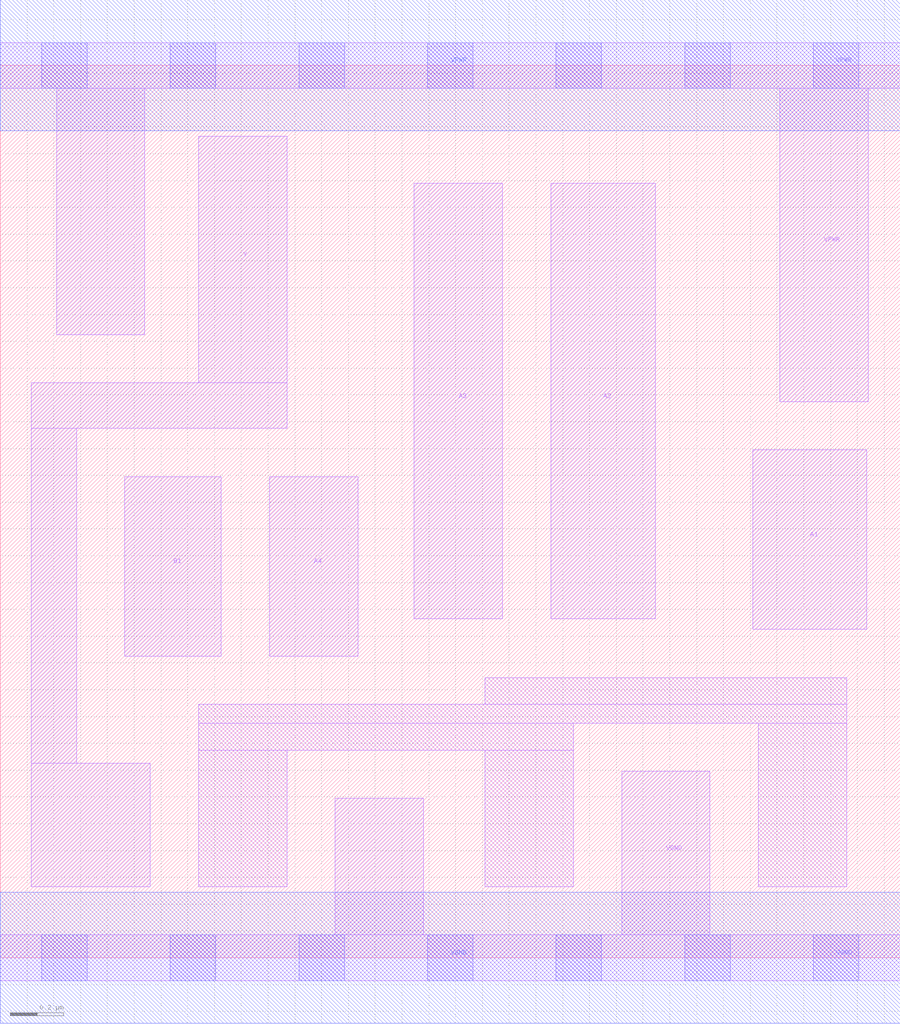
<source format=lef>
# Copyright 2020 The SkyWater PDK Authors
#
# Licensed under the Apache License, Version 2.0 (the "License");
# you may not use this file except in compliance with the License.
# You may obtain a copy of the License at
#
#     https://www.apache.org/licenses/LICENSE-2.0
#
# Unless required by applicable law or agreed to in writing, software
# distributed under the License is distributed on an "AS IS" BASIS,
# WITHOUT WARRANTIES OR CONDITIONS OF ANY KIND, either express or implied.
# See the License for the specific language governing permissions and
# limitations under the License.
#
# SPDX-License-Identifier: Apache-2.0

VERSION 5.7 ;
  NAMESCASESENSITIVE ON ;
  NOWIREEXTENSIONATPIN ON ;
  DIVIDERCHAR "/" ;
  BUSBITCHARS "[]" ;
UNITS
  DATABASE MICRONS 200 ;
END UNITS
MACRO sky130_fd_sc_lp__o41ai_lp
  CLASS CORE ;
  SOURCE USER ;
  FOREIGN sky130_fd_sc_lp__o41ai_lp ;
  ORIGIN  0.000000  0.000000 ;
  SIZE  3.360000 BY  3.330000 ;
  SYMMETRY X Y R90 ;
  SITE unit ;
  PIN A1
    ANTENNAGATEAREA  0.313000 ;
    DIRECTION INPUT ;
    USE SIGNAL ;
    PORT
      LAYER li1 ;
        RECT 2.810000 1.225000 3.235000 1.895000 ;
    END
  END A1
  PIN A2
    ANTENNAGATEAREA  0.313000 ;
    DIRECTION INPUT ;
    USE SIGNAL ;
    PORT
      LAYER li1 ;
        RECT 2.055000 1.265000 2.445000 2.890000 ;
    END
  END A2
  PIN A3
    ANTENNAGATEAREA  0.313000 ;
    DIRECTION INPUT ;
    USE SIGNAL ;
    PORT
      LAYER li1 ;
        RECT 1.545000 1.265000 1.875000 2.890000 ;
    END
  END A3
  PIN A4
    ANTENNAGATEAREA  0.313000 ;
    DIRECTION INPUT ;
    USE SIGNAL ;
    PORT
      LAYER li1 ;
        RECT 1.005000 1.125000 1.335000 1.795000 ;
    END
  END A4
  PIN B1
    ANTENNAGATEAREA  0.313000 ;
    DIRECTION INPUT ;
    USE SIGNAL ;
    PORT
      LAYER li1 ;
        RECT 0.465000 1.125000 0.825000 1.795000 ;
    END
  END B1
  PIN Y
    ANTENNADIFFAREA  0.433300 ;
    DIRECTION OUTPUT ;
    USE SIGNAL ;
    PORT
      LAYER li1 ;
        RECT 0.115000 0.265000 0.560000 0.725000 ;
        RECT 0.115000 0.725000 0.285000 1.975000 ;
        RECT 0.115000 1.975000 1.070000 2.145000 ;
        RECT 0.740000 2.145000 1.070000 3.065000 ;
    END
  END Y
  PIN VGND
    DIRECTION INOUT ;
    USE GROUND ;
    PORT
      LAYER li1 ;
        RECT 0.000000 -0.085000 3.360000 0.085000 ;
        RECT 1.250000  0.085000 1.580000 0.595000 ;
        RECT 2.320000  0.085000 2.650000 0.695000 ;
      LAYER mcon ;
        RECT 0.155000 -0.085000 0.325000 0.085000 ;
        RECT 0.635000 -0.085000 0.805000 0.085000 ;
        RECT 1.115000 -0.085000 1.285000 0.085000 ;
        RECT 1.595000 -0.085000 1.765000 0.085000 ;
        RECT 2.075000 -0.085000 2.245000 0.085000 ;
        RECT 2.555000 -0.085000 2.725000 0.085000 ;
        RECT 3.035000 -0.085000 3.205000 0.085000 ;
      LAYER met1 ;
        RECT 0.000000 -0.245000 3.360000 0.245000 ;
    END
  END VGND
  PIN VPWR
    DIRECTION INOUT ;
    USE POWER ;
    PORT
      LAYER li1 ;
        RECT 0.000000 3.245000 3.360000 3.415000 ;
        RECT 0.210000 2.325000 0.540000 3.245000 ;
        RECT 2.910000 2.075000 3.240000 3.245000 ;
      LAYER mcon ;
        RECT 0.155000 3.245000 0.325000 3.415000 ;
        RECT 0.635000 3.245000 0.805000 3.415000 ;
        RECT 1.115000 3.245000 1.285000 3.415000 ;
        RECT 1.595000 3.245000 1.765000 3.415000 ;
        RECT 2.075000 3.245000 2.245000 3.415000 ;
        RECT 2.555000 3.245000 2.725000 3.415000 ;
        RECT 3.035000 3.245000 3.205000 3.415000 ;
      LAYER met1 ;
        RECT 0.000000 3.085000 3.360000 3.575000 ;
    END
  END VPWR
  OBS
    LAYER li1 ;
      RECT 0.740000 0.265000 1.070000 0.775000 ;
      RECT 0.740000 0.775000 2.140000 0.875000 ;
      RECT 0.740000 0.875000 3.160000 0.945000 ;
      RECT 1.810000 0.265000 2.140000 0.775000 ;
      RECT 1.810000 0.945000 3.160000 1.045000 ;
      RECT 2.830000 0.265000 3.160000 0.875000 ;
  END
END sky130_fd_sc_lp__o41ai_lp

</source>
